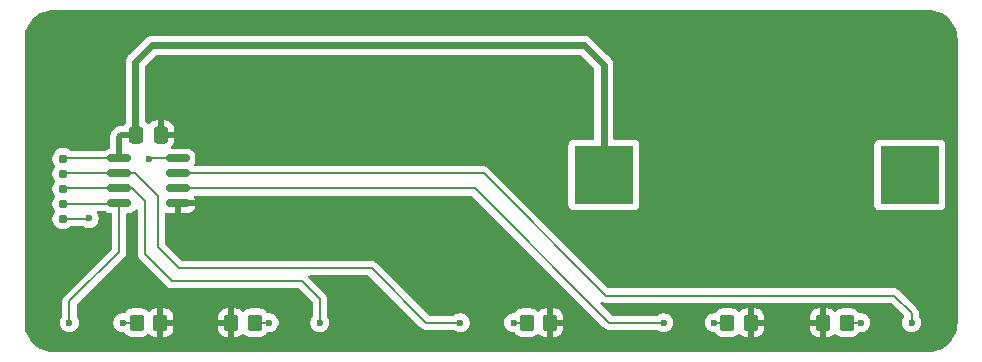
<source format=gbr>
%TF.GenerationSoftware,KiCad,Pcbnew,9.0.2*%
%TF.CreationDate,2025-05-22T18:28:57+02:00*%
%TF.ProjectId,blinky,626c696e-6b79-42e6-9b69-6361645f7063,rev?*%
%TF.SameCoordinates,Original*%
%TF.FileFunction,Copper,L2,Bot*%
%TF.FilePolarity,Positive*%
%FSLAX46Y46*%
G04 Gerber Fmt 4.6, Leading zero omitted, Abs format (unit mm)*
G04 Created by KiCad (PCBNEW 9.0.2) date 2025-05-22 18:28:57*
%MOMM*%
%LPD*%
G01*
G04 APERTURE LIST*
G04 Aperture macros list*
%AMRoundRect*
0 Rectangle with rounded corners*
0 $1 Rounding radius*
0 $2 $3 $4 $5 $6 $7 $8 $9 X,Y pos of 4 corners*
0 Add a 4 corners polygon primitive as box body*
4,1,4,$2,$3,$4,$5,$6,$7,$8,$9,$2,$3,0*
0 Add four circle primitives for the rounded corners*
1,1,$1+$1,$2,$3*
1,1,$1+$1,$4,$5*
1,1,$1+$1,$6,$7*
1,1,$1+$1,$8,$9*
0 Add four rect primitives between the rounded corners*
20,1,$1+$1,$2,$3,$4,$5,0*
20,1,$1+$1,$4,$5,$6,$7,0*
20,1,$1+$1,$6,$7,$8,$9,0*
20,1,$1+$1,$8,$9,$2,$3,0*%
G04 Aperture macros list end*
%TA.AperFunction,SMDPad,CuDef*%
%ADD10RoundRect,0.250000X0.350000X0.450000X-0.350000X0.450000X-0.350000X-0.450000X0.350000X-0.450000X0*%
%TD*%
%TA.AperFunction,SMDPad,CuDef*%
%ADD11RoundRect,0.150000X0.825000X0.150000X-0.825000X0.150000X-0.825000X-0.150000X0.825000X-0.150000X0*%
%TD*%
%TA.AperFunction,SMDPad,CuDef*%
%ADD12R,5.000000X5.000000*%
%TD*%
%TA.AperFunction,SMDPad,CuDef*%
%ADD13R,4.000000X4.000000*%
%TD*%
%TA.AperFunction,SMDPad,CuDef*%
%ADD14RoundRect,0.250000X-0.350000X-0.450000X0.350000X-0.450000X0.350000X0.450000X-0.350000X0.450000X0*%
%TD*%
%TA.AperFunction,ConnectorPad*%
%ADD15C,0.787400*%
%TD*%
%TA.AperFunction,SMDPad,CuDef*%
%ADD16RoundRect,0.250000X-0.337500X-0.475000X0.337500X-0.475000X0.337500X0.475000X-0.337500X0.475000X0*%
%TD*%
%TA.AperFunction,ViaPad*%
%ADD17C,0.600000*%
%TD*%
%TA.AperFunction,Conductor*%
%ADD18C,0.200000*%
%TD*%
%TA.AperFunction,Conductor*%
%ADD19C,0.600000*%
%TD*%
%TA.AperFunction,Conductor*%
%ADD20C,0.500000*%
%TD*%
G04 APERTURE END LIST*
D10*
%TO.P,R5,1*%
%TO.N,Net-(D5-K)*%
X134100000Y-85500000D03*
%TO.P,R5,2*%
%TO.N,GND*%
X132100000Y-85500000D03*
%TD*%
D11*
%TO.P,U1,1,~{RESET}/PB5*%
%TO.N,/RST*%
X77475000Y-71595000D03*
%TO.P,U1,2,PB3*%
%TO.N,Net-(D5-A)*%
X77475000Y-72865000D03*
%TO.P,U1,3,PB4*%
%TO.N,Net-(D4-A)*%
X77475000Y-74135000D03*
%TO.P,U1,4,GND*%
%TO.N,GND*%
X77475000Y-75405000D03*
%TO.P,U1,5,PB0*%
%TO.N,/MOSI*%
X72525000Y-75405000D03*
%TO.P,U1,6,PB1*%
%TO.N,/MISO*%
X72525000Y-74135000D03*
%TO.P,U1,7,PB2*%
%TO.N,/SCK*%
X72525000Y-72865000D03*
%TO.P,U1,8,VCC*%
%TO.N,+BATT*%
X72525000Y-71595000D03*
%TD*%
D12*
%TO.P,BT1,0*%
%TO.N,N/C*%
X139450000Y-73000000D03*
%TO.P,BT1,1,+*%
%TO.N,+BATT*%
X113550000Y-73000000D03*
D13*
%TO.P,BT1,2,-*%
%TO.N,GND*%
X126500000Y-73000000D03*
%TD*%
D10*
%TO.P,R2,1*%
%TO.N,Net-(D2-K)*%
X84000000Y-85500000D03*
%TO.P,R2,2*%
%TO.N,GND*%
X82000000Y-85500000D03*
%TD*%
D14*
%TO.P,R3,1*%
%TO.N,Net-(D3-K)*%
X107000000Y-85500000D03*
%TO.P,R3,2*%
%TO.N,GND*%
X109000000Y-85500000D03*
%TD*%
%TO.P,R4,1*%
%TO.N,Net-(D4-K)*%
X124000000Y-85500000D03*
%TO.P,R4,2*%
%TO.N,GND*%
X126000000Y-85500000D03*
%TD*%
D15*
%TO.P,J1,1,MISO*%
%TO.N,/MISO*%
X67755000Y-74150000D03*
%TO.P,J1,2,VCC*%
%TO.N,+BATT*%
X67755000Y-71610000D03*
%TO.P,J1,3,SCK*%
%TO.N,/SCK*%
X67755000Y-72880000D03*
%TO.P,J1,4,MOSI*%
%TO.N,/MOSI*%
X67750000Y-75420000D03*
%TO.P,J1,5,~{RST}*%
%TO.N,/RST*%
X67750000Y-76690000D03*
%TO.P,J1,6,GND*%
%TO.N,GND*%
X67750000Y-70340000D03*
%TD*%
D16*
%TO.P,C1,1*%
%TO.N,+BATT*%
X73962500Y-69600000D03*
%TO.P,C1,2*%
%TO.N,GND*%
X76037500Y-69600000D03*
%TD*%
D14*
%TO.P,R1,1*%
%TO.N,Net-(D1-K)*%
X74000000Y-85500000D03*
%TO.P,R1,2*%
%TO.N,GND*%
X76000000Y-85500000D03*
%TD*%
D17*
%TO.N,GND*%
X141600000Y-64100000D03*
X67100000Y-63900000D03*
%TO.N,Net-(D1-K)*%
X72800000Y-85500000D03*
%TO.N,Net-(D2-K)*%
X85200000Y-85500000D03*
%TO.N,Net-(D3-K)*%
X105900000Y-85500000D03*
%TO.N,Net-(D4-K)*%
X122900000Y-85500000D03*
%TO.N,Net-(D4-A)*%
X118600000Y-85500000D03*
%TO.N,Net-(D5-K)*%
X135300000Y-85500000D03*
%TO.N,Net-(D5-A)*%
X139600000Y-85500000D03*
%TO.N,/MOSI*%
X68300000Y-85500000D03*
%TO.N,/MISO*%
X89500000Y-85500000D03*
%TO.N,/SCK*%
X101400000Y-85500000D03*
%TO.N,/RST*%
X75000000Y-71650000D03*
X69975000Y-76675000D03*
%TD*%
D18*
%TO.N,+BATT*%
X72525000Y-71595000D02*
X72372300Y-71442300D01*
D19*
X73862500Y-63437500D02*
X73862500Y-69500000D01*
D20*
X72525000Y-71595000D02*
X72525000Y-69750000D01*
D19*
X113550000Y-73000000D02*
X113550000Y-63650000D01*
D20*
X72675000Y-69600000D02*
X73962500Y-69600000D01*
D18*
X67925000Y-71595000D02*
X72525000Y-71595000D01*
D19*
X111900000Y-62000000D02*
X75300000Y-62000000D01*
D20*
X72525000Y-69750000D02*
X72675000Y-69600000D01*
D18*
X67755000Y-71425000D02*
X67925000Y-71595000D01*
D19*
X75300000Y-62000000D02*
X73862500Y-63437500D01*
X113550000Y-63650000D02*
X111900000Y-62000000D01*
D18*
%TO.N,Net-(D1-K)*%
X72800000Y-85500000D02*
X74000000Y-85500000D01*
%TO.N,Net-(D2-K)*%
X85200000Y-85500000D02*
X84000000Y-85500000D01*
%TO.N,Net-(D3-K)*%
X107000000Y-85500000D02*
X105900001Y-85500000D01*
%TO.N,Net-(D4-K)*%
X122900000Y-85500000D02*
X123999999Y-85500000D01*
%TO.N,Net-(D4-A)*%
X114000000Y-85500000D02*
X102635000Y-74135000D01*
X118600000Y-85500000D02*
X114000000Y-85500000D01*
X102635000Y-74135000D02*
X77475000Y-74135000D01*
%TO.N,Net-(D5-K)*%
X135300000Y-85500000D02*
X134000000Y-85500000D01*
%TO.N,Net-(D5-A)*%
X139600000Y-84700000D02*
X138100000Y-83200000D01*
X103365000Y-72865000D02*
X77475000Y-72865000D01*
X113700000Y-83200000D02*
X103365000Y-72865000D01*
X138100000Y-83200000D02*
X113700000Y-83200000D01*
X139600000Y-85500000D02*
X139600000Y-84700000D01*
%TO.N,/MOSI*%
X72525000Y-79475000D02*
X72525000Y-75405000D01*
X72505000Y-75425000D02*
X72525000Y-75405000D01*
X68300000Y-85500000D02*
X68300000Y-83700000D01*
X67750000Y-75235000D02*
X67940000Y-75425000D01*
X68300000Y-83700000D02*
X72525000Y-79475000D01*
X67940000Y-75425000D02*
X72505000Y-75425000D01*
%TO.N,/MISO*%
X74700000Y-79700000D02*
X74700000Y-75200000D01*
X67925000Y-74135000D02*
X72525000Y-74135000D01*
X74700000Y-75200000D02*
X73635000Y-74135000D01*
X89500000Y-85500000D02*
X89500000Y-83500000D01*
X77000000Y-82000000D02*
X74700000Y-79700000D01*
X89500000Y-83500000D02*
X88000000Y-82000000D01*
X73635000Y-74135000D02*
X72525000Y-74135000D01*
X88000000Y-82000000D02*
X77000000Y-82000000D01*
X67755000Y-73965000D02*
X67925000Y-74135000D01*
%TO.N,/SCK*%
X98500000Y-85500000D02*
X93900000Y-80900000D01*
X101400000Y-85500000D02*
X98500000Y-85500000D01*
X67925000Y-72865000D02*
X72525000Y-72865000D01*
X75800000Y-74800000D02*
X73865000Y-72865000D01*
X93900000Y-80900000D02*
X77600000Y-80900000D01*
X77600000Y-80900000D02*
X75800000Y-79100000D01*
X73865000Y-72865000D02*
X72525000Y-72865000D01*
X75800000Y-79100000D02*
X75800000Y-74800000D01*
X67755000Y-72695000D02*
X67925000Y-72865000D01*
%TO.N,/RST*%
X75000000Y-71650000D02*
X75055000Y-71595000D01*
X69975000Y-76675000D02*
X69960000Y-76690000D01*
X75055000Y-71595000D02*
X77475000Y-71595000D01*
X69960000Y-76690000D02*
X67750000Y-76690000D01*
%TD*%
%TA.AperFunction,Conductor*%
%TO.N,GND*%
G36*
X141003736Y-59000726D02*
G01*
X141293796Y-59018271D01*
X141308659Y-59020076D01*
X141590798Y-59071780D01*
X141605335Y-59075363D01*
X141879172Y-59160695D01*
X141893163Y-59166000D01*
X142154743Y-59283727D01*
X142167989Y-59290680D01*
X142413465Y-59439075D01*
X142425776Y-59447573D01*
X142651573Y-59624473D01*
X142662781Y-59634403D01*
X142865596Y-59837218D01*
X142875526Y-59848426D01*
X142995481Y-60001538D01*
X143052422Y-60074217D01*
X143060928Y-60086540D01*
X143209316Y-60332004D01*
X143216275Y-60345263D01*
X143333997Y-60606831D01*
X143339306Y-60620832D01*
X143424635Y-60894663D01*
X143428219Y-60909201D01*
X143479923Y-61191340D01*
X143481728Y-61206205D01*
X143499274Y-61496263D01*
X143499500Y-61503750D01*
X143499500Y-85496249D01*
X143499274Y-85503736D01*
X143481728Y-85793794D01*
X143479923Y-85808659D01*
X143428219Y-86090798D01*
X143424635Y-86105336D01*
X143339306Y-86379167D01*
X143333997Y-86393168D01*
X143216275Y-86654736D01*
X143209316Y-86667995D01*
X143060928Y-86913459D01*
X143052422Y-86925782D01*
X142875526Y-87151573D01*
X142865596Y-87162781D01*
X142662781Y-87365596D01*
X142651573Y-87375526D01*
X142425782Y-87552422D01*
X142413459Y-87560928D01*
X142167995Y-87709316D01*
X142154736Y-87716275D01*
X141893168Y-87833997D01*
X141879167Y-87839306D01*
X141605336Y-87924635D01*
X141590798Y-87928219D01*
X141308659Y-87979923D01*
X141293794Y-87981728D01*
X141003736Y-87999274D01*
X140996249Y-87999500D01*
X67003751Y-87999500D01*
X66996264Y-87999274D01*
X66706205Y-87981728D01*
X66691340Y-87979923D01*
X66409201Y-87928219D01*
X66394663Y-87924635D01*
X66120832Y-87839306D01*
X66106831Y-87833997D01*
X65845263Y-87716275D01*
X65832004Y-87709316D01*
X65586540Y-87560928D01*
X65574217Y-87552422D01*
X65348426Y-87375526D01*
X65337218Y-87365596D01*
X65134403Y-87162781D01*
X65124473Y-87151573D01*
X64947573Y-86925776D01*
X64939075Y-86913465D01*
X64790680Y-86667989D01*
X64783727Y-86654743D01*
X64666000Y-86393163D01*
X64660693Y-86379167D01*
X64654534Y-86359403D01*
X64575363Y-86105335D01*
X64571780Y-86090798D01*
X64555136Y-85999973D01*
X64520075Y-85808657D01*
X64518271Y-85793794D01*
X64500726Y-85503736D01*
X64500500Y-85496249D01*
X64500500Y-75331924D01*
X66855800Y-75331924D01*
X66855800Y-75508075D01*
X66890161Y-75680821D01*
X66890163Y-75680829D01*
X66957568Y-75843560D01*
X66957573Y-75843569D01*
X67052816Y-75986109D01*
X67073694Y-76052786D01*
X67055210Y-76120167D01*
X67052816Y-76123891D01*
X66957573Y-76266430D01*
X66957568Y-76266439D01*
X66890163Y-76429170D01*
X66890161Y-76429178D01*
X66855800Y-76601924D01*
X66855800Y-76778075D01*
X66890161Y-76950821D01*
X66890163Y-76950829D01*
X66957568Y-77113560D01*
X66957573Y-77113569D01*
X67055428Y-77260018D01*
X67055431Y-77260022D01*
X67179977Y-77384568D01*
X67179981Y-77384571D01*
X67326430Y-77482426D01*
X67326436Y-77482429D01*
X67326437Y-77482430D01*
X67489171Y-77549837D01*
X67661924Y-77584199D01*
X67661928Y-77584200D01*
X67661929Y-77584200D01*
X67838072Y-77584200D01*
X67838073Y-77584199D01*
X68010829Y-77549837D01*
X68173563Y-77482430D01*
X68320019Y-77384571D01*
X68377772Y-77326817D01*
X68439093Y-77293334D01*
X68465452Y-77290500D01*
X69417683Y-77290500D01*
X69484722Y-77310185D01*
X69486574Y-77311398D01*
X69595814Y-77384390D01*
X69595827Y-77384397D01*
X69741498Y-77444735D01*
X69741503Y-77444737D01*
X69896153Y-77475499D01*
X69896156Y-77475500D01*
X69896158Y-77475500D01*
X70053844Y-77475500D01*
X70053845Y-77475499D01*
X70208497Y-77444737D01*
X70321166Y-77398067D01*
X70354172Y-77384397D01*
X70354172Y-77384396D01*
X70354179Y-77384394D01*
X70485289Y-77296789D01*
X70596789Y-77185289D01*
X70684394Y-77054179D01*
X70744737Y-76908497D01*
X70775500Y-76753842D01*
X70775500Y-76596158D01*
X70775500Y-76596155D01*
X70775499Y-76596153D01*
X70744738Y-76441510D01*
X70744737Y-76441503D01*
X70739629Y-76429170D01*
X70684397Y-76295827D01*
X70684395Y-76295823D01*
X70684394Y-76295821D01*
X70658394Y-76256909D01*
X70632657Y-76218391D01*
X70611779Y-76151714D01*
X70630263Y-76084334D01*
X70682242Y-76037643D01*
X70735759Y-76025500D01*
X71199191Y-76025500D01*
X71266230Y-76045185D01*
X71286872Y-76061819D01*
X71298129Y-76073076D01*
X71298133Y-76073079D01*
X71298135Y-76073081D01*
X71439602Y-76156744D01*
X71481224Y-76168836D01*
X71597426Y-76202597D01*
X71597429Y-76202597D01*
X71597431Y-76202598D01*
X71634306Y-76205500D01*
X71800500Y-76205500D01*
X71867539Y-76225185D01*
X71913294Y-76277989D01*
X71924500Y-76329500D01*
X71924500Y-79174902D01*
X71904815Y-79241941D01*
X71888181Y-79262583D01*
X67819481Y-83331282D01*
X67819479Y-83331285D01*
X67769361Y-83418094D01*
X67769359Y-83418096D01*
X67740425Y-83468209D01*
X67740424Y-83468210D01*
X67740423Y-83468215D01*
X67699499Y-83620943D01*
X67699499Y-83620945D01*
X67699499Y-83789046D01*
X67699500Y-83789059D01*
X67699500Y-84920234D01*
X67679815Y-84987273D01*
X67678602Y-84989125D01*
X67590609Y-85120814D01*
X67590602Y-85120827D01*
X67530264Y-85266498D01*
X67530261Y-85266510D01*
X67499500Y-85421153D01*
X67499500Y-85578846D01*
X67530261Y-85733489D01*
X67530264Y-85733501D01*
X67590602Y-85879172D01*
X67590609Y-85879185D01*
X67678210Y-86010288D01*
X67678213Y-86010292D01*
X67789707Y-86121786D01*
X67789711Y-86121789D01*
X67920814Y-86209390D01*
X67920827Y-86209397D01*
X68065011Y-86269119D01*
X68066503Y-86269737D01*
X68211631Y-86298605D01*
X68221153Y-86300499D01*
X68221156Y-86300500D01*
X68221158Y-86300500D01*
X68378844Y-86300500D01*
X68378845Y-86300499D01*
X68533497Y-86269737D01*
X68679179Y-86209394D01*
X68810289Y-86121789D01*
X68921789Y-86010289D01*
X69009394Y-85879179D01*
X69069737Y-85733497D01*
X69100500Y-85578842D01*
X69100500Y-85421158D01*
X69100500Y-85421155D01*
X69100499Y-85421153D01*
X71999500Y-85421153D01*
X71999500Y-85578846D01*
X72030261Y-85733489D01*
X72030264Y-85733501D01*
X72090602Y-85879172D01*
X72090609Y-85879185D01*
X72178210Y-86010288D01*
X72178213Y-86010292D01*
X72289707Y-86121786D01*
X72289711Y-86121789D01*
X72420814Y-86209390D01*
X72420827Y-86209397D01*
X72565011Y-86269119D01*
X72566503Y-86269737D01*
X72711631Y-86298605D01*
X72721153Y-86300499D01*
X72721156Y-86300500D01*
X72721158Y-86300500D01*
X72878843Y-86300500D01*
X72881455Y-86299980D01*
X72888362Y-86298606D01*
X72957953Y-86304828D01*
X73013134Y-86347686D01*
X73018100Y-86355124D01*
X73057285Y-86418652D01*
X73057288Y-86418656D01*
X73181344Y-86542712D01*
X73330666Y-86634814D01*
X73497203Y-86689999D01*
X73599991Y-86700500D01*
X74400008Y-86700499D01*
X74400016Y-86700498D01*
X74400019Y-86700498D01*
X74456302Y-86694748D01*
X74502797Y-86689999D01*
X74669334Y-86634814D01*
X74818656Y-86542712D01*
X74912675Y-86448692D01*
X74973994Y-86415210D01*
X75043686Y-86420194D01*
X75088034Y-86448695D01*
X75181654Y-86542315D01*
X75330875Y-86634356D01*
X75330880Y-86634358D01*
X75497302Y-86689505D01*
X75497309Y-86689506D01*
X75600019Y-86699999D01*
X75749999Y-86699999D01*
X76250000Y-86699999D01*
X76399972Y-86699999D01*
X76399986Y-86699998D01*
X76502697Y-86689505D01*
X76669119Y-86634358D01*
X76669124Y-86634356D01*
X76818345Y-86542315D01*
X76942315Y-86418345D01*
X77034356Y-86269124D01*
X77034358Y-86269119D01*
X77089505Y-86102697D01*
X77089506Y-86102690D01*
X77099999Y-85999986D01*
X80900001Y-85999986D01*
X80910494Y-86102697D01*
X80965641Y-86269119D01*
X80965643Y-86269124D01*
X81057684Y-86418345D01*
X81181654Y-86542315D01*
X81330875Y-86634356D01*
X81330880Y-86634358D01*
X81497302Y-86689505D01*
X81497309Y-86689506D01*
X81600019Y-86699999D01*
X81749999Y-86699999D01*
X81750000Y-86699998D01*
X81750000Y-85750000D01*
X80900001Y-85750000D01*
X80900001Y-85999986D01*
X77099999Y-85999986D01*
X77100000Y-85999973D01*
X77100000Y-85750000D01*
X76250000Y-85750000D01*
X76250000Y-86699999D01*
X75749999Y-86699999D01*
X75750000Y-86699998D01*
X75750000Y-85250000D01*
X76250000Y-85250000D01*
X77099999Y-85250000D01*
X77099999Y-85000029D01*
X77099998Y-85000013D01*
X80900000Y-85000013D01*
X80900000Y-85250000D01*
X81750000Y-85250000D01*
X81750000Y-84300000D01*
X82250000Y-84300000D01*
X82250000Y-86699999D01*
X82399972Y-86699999D01*
X82399986Y-86699998D01*
X82502697Y-86689505D01*
X82669119Y-86634358D01*
X82669124Y-86634356D01*
X82818342Y-86542317D01*
X82911964Y-86448695D01*
X82973287Y-86415210D01*
X83042979Y-86420194D01*
X83087327Y-86448695D01*
X83181344Y-86542712D01*
X83330666Y-86634814D01*
X83497203Y-86689999D01*
X83599991Y-86700500D01*
X84400008Y-86700499D01*
X84400016Y-86700498D01*
X84400019Y-86700498D01*
X84456302Y-86694748D01*
X84502797Y-86689999D01*
X84669334Y-86634814D01*
X84818656Y-86542712D01*
X84942712Y-86418656D01*
X84981898Y-86355123D01*
X85033844Y-86308400D01*
X85102807Y-86297177D01*
X85111619Y-86298602D01*
X85121158Y-86300500D01*
X85278844Y-86300500D01*
X85278845Y-86300499D01*
X85433497Y-86269737D01*
X85579179Y-86209394D01*
X85710289Y-86121789D01*
X85821789Y-86010289D01*
X85909394Y-85879179D01*
X85969737Y-85733497D01*
X86000500Y-85578842D01*
X86000500Y-85421158D01*
X86000500Y-85421155D01*
X86000499Y-85421153D01*
X85969738Y-85266510D01*
X85969737Y-85266503D01*
X85962901Y-85250000D01*
X85909397Y-85120827D01*
X85909390Y-85120814D01*
X85821789Y-84989711D01*
X85821786Y-84989707D01*
X85710292Y-84878213D01*
X85710288Y-84878210D01*
X85579185Y-84790609D01*
X85579172Y-84790602D01*
X85433501Y-84730264D01*
X85433489Y-84730261D01*
X85278845Y-84699500D01*
X85278842Y-84699500D01*
X85121158Y-84699500D01*
X85121149Y-84699500D01*
X85111617Y-84701396D01*
X85042026Y-84695163D01*
X84986852Y-84652295D01*
X84981897Y-84644874D01*
X84967137Y-84620944D01*
X84942712Y-84581344D01*
X84818656Y-84457288D01*
X84669334Y-84365186D01*
X84502797Y-84310001D01*
X84502795Y-84310000D01*
X84400010Y-84299500D01*
X83599998Y-84299500D01*
X83599980Y-84299501D01*
X83497203Y-84310000D01*
X83497200Y-84310001D01*
X83330668Y-84365185D01*
X83330663Y-84365187D01*
X83181345Y-84457287D01*
X83087327Y-84551305D01*
X83026003Y-84584789D01*
X82956312Y-84579805D01*
X82911965Y-84551304D01*
X82818345Y-84457684D01*
X82669124Y-84365643D01*
X82669119Y-84365641D01*
X82502697Y-84310494D01*
X82502690Y-84310493D01*
X82399986Y-84300000D01*
X82250000Y-84300000D01*
X81750000Y-84300000D01*
X81600027Y-84300000D01*
X81600012Y-84300001D01*
X81497302Y-84310494D01*
X81330880Y-84365641D01*
X81330875Y-84365643D01*
X81181654Y-84457684D01*
X81057684Y-84581654D01*
X80965643Y-84730875D01*
X80965641Y-84730880D01*
X80910494Y-84897302D01*
X80910493Y-84897309D01*
X80900000Y-85000013D01*
X77099998Y-85000013D01*
X77099998Y-85000012D01*
X77089505Y-84897302D01*
X77034358Y-84730880D01*
X77034356Y-84730875D01*
X76942315Y-84581654D01*
X76818345Y-84457684D01*
X76669124Y-84365643D01*
X76669119Y-84365641D01*
X76502697Y-84310494D01*
X76502690Y-84310493D01*
X76399986Y-84300000D01*
X76250000Y-84300000D01*
X76250000Y-85250000D01*
X75750000Y-85250000D01*
X75750000Y-84300000D01*
X75600027Y-84300000D01*
X75600012Y-84300001D01*
X75497302Y-84310494D01*
X75330880Y-84365641D01*
X75330875Y-84365643D01*
X75181657Y-84457682D01*
X75088034Y-84551305D01*
X75026710Y-84584789D01*
X74957019Y-84579805D01*
X74912672Y-84551304D01*
X74818657Y-84457289D01*
X74818656Y-84457288D01*
X74669334Y-84365186D01*
X74502797Y-84310001D01*
X74502795Y-84310000D01*
X74400010Y-84299500D01*
X73599998Y-84299500D01*
X73599980Y-84299501D01*
X73497203Y-84310000D01*
X73497200Y-84310001D01*
X73330668Y-84365185D01*
X73330663Y-84365187D01*
X73181342Y-84457289D01*
X73057288Y-84581343D01*
X73057285Y-84581347D01*
X73018101Y-84644875D01*
X72966153Y-84691600D01*
X72897191Y-84702821D01*
X72888379Y-84701397D01*
X72878842Y-84699500D01*
X72721158Y-84699500D01*
X72721155Y-84699500D01*
X72566510Y-84730261D01*
X72566498Y-84730264D01*
X72420827Y-84790602D01*
X72420814Y-84790609D01*
X72289711Y-84878210D01*
X72289707Y-84878213D01*
X72178213Y-84989707D01*
X72178210Y-84989711D01*
X72090609Y-85120814D01*
X72090602Y-85120827D01*
X72030264Y-85266498D01*
X72030261Y-85266510D01*
X71999500Y-85421153D01*
X69100499Y-85421153D01*
X69069738Y-85266510D01*
X69069737Y-85266503D01*
X69062901Y-85250000D01*
X69009397Y-85120827D01*
X69009390Y-85120814D01*
X68921398Y-84989125D01*
X68900520Y-84922447D01*
X68900500Y-84920234D01*
X68900500Y-84000096D01*
X68920185Y-83933057D01*
X68936814Y-83912420D01*
X72893713Y-79955521D01*
X72893716Y-79955520D01*
X73005520Y-79843716D01*
X73055639Y-79756904D01*
X73084577Y-79706785D01*
X73125500Y-79554058D01*
X73125500Y-79395943D01*
X73125500Y-76329500D01*
X73145185Y-76262461D01*
X73197989Y-76216706D01*
X73249500Y-76205500D01*
X73415686Y-76205500D01*
X73415694Y-76205500D01*
X73452569Y-76202598D01*
X73452571Y-76202597D01*
X73452573Y-76202597D01*
X73494191Y-76190505D01*
X73610398Y-76156744D01*
X73751865Y-76073081D01*
X73868081Y-75956865D01*
X73868766Y-75955705D01*
X73869540Y-75954982D01*
X73872861Y-75950702D01*
X73873551Y-75951237D01*
X73919833Y-75908022D01*
X73988574Y-75895515D01*
X74053164Y-75922158D01*
X74093097Y-75979492D01*
X74099500Y-76018824D01*
X74099500Y-79613330D01*
X74099499Y-79613348D01*
X74099499Y-79779054D01*
X74099498Y-79779054D01*
X74140423Y-79931785D01*
X74154127Y-79955520D01*
X74197695Y-80030984D01*
X74219479Y-80068715D01*
X74338349Y-80187585D01*
X74338355Y-80187590D01*
X76515139Y-82364374D01*
X76515149Y-82364385D01*
X76519479Y-82368715D01*
X76519480Y-82368716D01*
X76631284Y-82480520D01*
X76718095Y-82530639D01*
X76718097Y-82530641D01*
X76768213Y-82559576D01*
X76768215Y-82559577D01*
X76920942Y-82600500D01*
X76920943Y-82600500D01*
X87699903Y-82600500D01*
X87766942Y-82620185D01*
X87787584Y-82636819D01*
X88863181Y-83712416D01*
X88896666Y-83773739D01*
X88899500Y-83800097D01*
X88899500Y-84920234D01*
X88879815Y-84987273D01*
X88878602Y-84989125D01*
X88790609Y-85120814D01*
X88790602Y-85120827D01*
X88730264Y-85266498D01*
X88730261Y-85266510D01*
X88699500Y-85421153D01*
X88699500Y-85578846D01*
X88730261Y-85733489D01*
X88730264Y-85733501D01*
X88790602Y-85879172D01*
X88790609Y-85879185D01*
X88878210Y-86010288D01*
X88878213Y-86010292D01*
X88989707Y-86121786D01*
X88989711Y-86121789D01*
X89120814Y-86209390D01*
X89120827Y-86209397D01*
X89265011Y-86269119D01*
X89266503Y-86269737D01*
X89411631Y-86298605D01*
X89421153Y-86300499D01*
X89421156Y-86300500D01*
X89421158Y-86300500D01*
X89578844Y-86300500D01*
X89578845Y-86300499D01*
X89733497Y-86269737D01*
X89879179Y-86209394D01*
X90010289Y-86121789D01*
X90121789Y-86010289D01*
X90209394Y-85879179D01*
X90269737Y-85733497D01*
X90300500Y-85578842D01*
X90300500Y-85421158D01*
X90300500Y-85421155D01*
X90300499Y-85421153D01*
X90269738Y-85266510D01*
X90269737Y-85266503D01*
X90262901Y-85250000D01*
X90209397Y-85120827D01*
X90209390Y-85120814D01*
X90121398Y-84989125D01*
X90100520Y-84922447D01*
X90100500Y-84920234D01*
X90100500Y-83420945D01*
X90100500Y-83420943D01*
X90059577Y-83268216D01*
X90031440Y-83219480D01*
X89980524Y-83131290D01*
X89980521Y-83131286D01*
X89980520Y-83131284D01*
X89868716Y-83019480D01*
X89868715Y-83019479D01*
X89864385Y-83015149D01*
X89864374Y-83015139D01*
X88561416Y-81712181D01*
X88527931Y-81650858D01*
X88532915Y-81581166D01*
X88574787Y-81525233D01*
X88640251Y-81500816D01*
X88649097Y-81500500D01*
X93599903Y-81500500D01*
X93666942Y-81520185D01*
X93687584Y-81536819D01*
X98015139Y-85864374D01*
X98015149Y-85864385D01*
X98019479Y-85868715D01*
X98019480Y-85868716D01*
X98131284Y-85980520D01*
X98131286Y-85980521D01*
X98131290Y-85980524D01*
X98189708Y-86014251D01*
X98268216Y-86059577D01*
X98380019Y-86089534D01*
X98420942Y-86100500D01*
X98420943Y-86100500D01*
X100820234Y-86100500D01*
X100887273Y-86120185D01*
X100889125Y-86121398D01*
X101020814Y-86209390D01*
X101020827Y-86209397D01*
X101165011Y-86269119D01*
X101166503Y-86269737D01*
X101311631Y-86298605D01*
X101321153Y-86300499D01*
X101321156Y-86300500D01*
X101321158Y-86300500D01*
X101478844Y-86300500D01*
X101478845Y-86300499D01*
X101633497Y-86269737D01*
X101779179Y-86209394D01*
X101910289Y-86121789D01*
X102021789Y-86010289D01*
X102109394Y-85879179D01*
X102169737Y-85733497D01*
X102200500Y-85578842D01*
X102200500Y-85421158D01*
X102200500Y-85421155D01*
X102200499Y-85421153D01*
X105099500Y-85421153D01*
X105099500Y-85578846D01*
X105130261Y-85733489D01*
X105130264Y-85733501D01*
X105190602Y-85879172D01*
X105190609Y-85879185D01*
X105278210Y-86010288D01*
X105278213Y-86010292D01*
X105389707Y-86121786D01*
X105389711Y-86121789D01*
X105520814Y-86209390D01*
X105520827Y-86209397D01*
X105665011Y-86269119D01*
X105666503Y-86269737D01*
X105811631Y-86298605D01*
X105821153Y-86300499D01*
X105821156Y-86300500D01*
X105915202Y-86300500D01*
X105982241Y-86320185D01*
X106020739Y-86359401D01*
X106057288Y-86418656D01*
X106181344Y-86542712D01*
X106330666Y-86634814D01*
X106497203Y-86689999D01*
X106599991Y-86700500D01*
X107400008Y-86700499D01*
X107400016Y-86700498D01*
X107400019Y-86700498D01*
X107456302Y-86694748D01*
X107502797Y-86689999D01*
X107669334Y-86634814D01*
X107818656Y-86542712D01*
X107912675Y-86448692D01*
X107973994Y-86415210D01*
X108043686Y-86420194D01*
X108088034Y-86448695D01*
X108181654Y-86542315D01*
X108330875Y-86634356D01*
X108330880Y-86634358D01*
X108497302Y-86689505D01*
X108497309Y-86689506D01*
X108600019Y-86699999D01*
X108749999Y-86699999D01*
X109250000Y-86699999D01*
X109399972Y-86699999D01*
X109399986Y-86699998D01*
X109502697Y-86689505D01*
X109669119Y-86634358D01*
X109669124Y-86634356D01*
X109818345Y-86542315D01*
X109942315Y-86418345D01*
X110034356Y-86269124D01*
X110034358Y-86269119D01*
X110089505Y-86102697D01*
X110089506Y-86102690D01*
X110099999Y-85999986D01*
X110100000Y-85999973D01*
X110100000Y-85750000D01*
X109250000Y-85750000D01*
X109250000Y-86699999D01*
X108749999Y-86699999D01*
X108750000Y-86699998D01*
X108750000Y-85250000D01*
X109250000Y-85250000D01*
X110099999Y-85250000D01*
X110099999Y-85000028D01*
X110099998Y-85000013D01*
X110089505Y-84897302D01*
X110034358Y-84730880D01*
X110034356Y-84730875D01*
X109942315Y-84581654D01*
X109818345Y-84457684D01*
X109669124Y-84365643D01*
X109669119Y-84365641D01*
X109502697Y-84310494D01*
X109502690Y-84310493D01*
X109399986Y-84300000D01*
X109250000Y-84300000D01*
X109250000Y-85250000D01*
X108750000Y-85250000D01*
X108750000Y-84300000D01*
X108600027Y-84300000D01*
X108600012Y-84300001D01*
X108497302Y-84310494D01*
X108330880Y-84365641D01*
X108330875Y-84365643D01*
X108181657Y-84457682D01*
X108088034Y-84551305D01*
X108026710Y-84584789D01*
X107957019Y-84579805D01*
X107912672Y-84551304D01*
X107818657Y-84457289D01*
X107818656Y-84457288D01*
X107669334Y-84365186D01*
X107502797Y-84310001D01*
X107502795Y-84310000D01*
X107400010Y-84299500D01*
X106599998Y-84299500D01*
X106599980Y-84299501D01*
X106497203Y-84310000D01*
X106497200Y-84310001D01*
X106330668Y-84365185D01*
X106330663Y-84365187D01*
X106181342Y-84457289D01*
X106057289Y-84581342D01*
X106057288Y-84581344D01*
X106020739Y-84640598D01*
X105968793Y-84687321D01*
X105915202Y-84699500D01*
X105821155Y-84699500D01*
X105666510Y-84730261D01*
X105666498Y-84730264D01*
X105520827Y-84790602D01*
X105520814Y-84790609D01*
X105389711Y-84878210D01*
X105389707Y-84878213D01*
X105278213Y-84989707D01*
X105278210Y-84989711D01*
X105190609Y-85120814D01*
X105190602Y-85120827D01*
X105130264Y-85266498D01*
X105130261Y-85266510D01*
X105099500Y-85421153D01*
X102200499Y-85421153D01*
X102169738Y-85266510D01*
X102169737Y-85266503D01*
X102162901Y-85250000D01*
X102109397Y-85120827D01*
X102109390Y-85120814D01*
X102021789Y-84989711D01*
X102021786Y-84989707D01*
X101910292Y-84878213D01*
X101910288Y-84878210D01*
X101779185Y-84790609D01*
X101779172Y-84790602D01*
X101633501Y-84730264D01*
X101633489Y-84730261D01*
X101478845Y-84699500D01*
X101478842Y-84699500D01*
X101321158Y-84699500D01*
X101321155Y-84699500D01*
X101166510Y-84730261D01*
X101166498Y-84730264D01*
X101020827Y-84790602D01*
X101020814Y-84790609D01*
X100889125Y-84878602D01*
X100822447Y-84899480D01*
X100820234Y-84899500D01*
X98800097Y-84899500D01*
X98733058Y-84879815D01*
X98712416Y-84863181D01*
X94387590Y-80538355D01*
X94387588Y-80538352D01*
X94268717Y-80419481D01*
X94268716Y-80419480D01*
X94181904Y-80369360D01*
X94181904Y-80369359D01*
X94181900Y-80369358D01*
X94131785Y-80340423D01*
X93979057Y-80299499D01*
X93820943Y-80299499D01*
X93813347Y-80299499D01*
X93813331Y-80299500D01*
X77900097Y-80299500D01*
X77833058Y-80279815D01*
X77812416Y-80263181D01*
X76436819Y-78887584D01*
X76403334Y-78826261D01*
X76400500Y-78799903D01*
X76400500Y-76323948D01*
X76420185Y-76256909D01*
X76472989Y-76211154D01*
X76542147Y-76201210D01*
X76546797Y-76201969D01*
X76547518Y-76202100D01*
X76584350Y-76204999D01*
X76584366Y-76205000D01*
X77225000Y-76205000D01*
X77725000Y-76205000D01*
X78365634Y-76205000D01*
X78365649Y-76204999D01*
X78402489Y-76202100D01*
X78402495Y-76202099D01*
X78560193Y-76156283D01*
X78560196Y-76156282D01*
X78701552Y-76072685D01*
X78701561Y-76072678D01*
X78817678Y-75956561D01*
X78817685Y-75956552D01*
X78901281Y-75815198D01*
X78947100Y-75657486D01*
X78947295Y-75655001D01*
X78947295Y-75655000D01*
X77725000Y-75655000D01*
X77725000Y-76205000D01*
X77225000Y-76205000D01*
X77225000Y-75529000D01*
X77244685Y-75461961D01*
X77297489Y-75416206D01*
X77349000Y-75405000D01*
X77475000Y-75405000D01*
X77475000Y-75279000D01*
X77494685Y-75211961D01*
X77547489Y-75166206D01*
X77599000Y-75155000D01*
X78947295Y-75155000D01*
X78947295Y-75154998D01*
X78947100Y-75152513D01*
X78901281Y-74994801D01*
X78858594Y-74922621D01*
X78841411Y-74854897D01*
X78863571Y-74788635D01*
X78918037Y-74744871D01*
X78965326Y-74735500D01*
X102334903Y-74735500D01*
X102401942Y-74755185D01*
X102422584Y-74771819D01*
X113515139Y-85864374D01*
X113515149Y-85864385D01*
X113519479Y-85868715D01*
X113519480Y-85868716D01*
X113631284Y-85980520D01*
X113682845Y-86010288D01*
X113689707Y-86014250D01*
X113689706Y-86014250D01*
X113689709Y-86014251D01*
X113768209Y-86059574D01*
X113768210Y-86059574D01*
X113768215Y-86059577D01*
X113920943Y-86100500D01*
X118020234Y-86100500D01*
X118087273Y-86120185D01*
X118089125Y-86121398D01*
X118220814Y-86209390D01*
X118220827Y-86209397D01*
X118365011Y-86269119D01*
X118366503Y-86269737D01*
X118511631Y-86298605D01*
X118521153Y-86300499D01*
X118521156Y-86300500D01*
X118521158Y-86300500D01*
X118678844Y-86300500D01*
X118678845Y-86300499D01*
X118833497Y-86269737D01*
X118979179Y-86209394D01*
X119110289Y-86121789D01*
X119221789Y-86010289D01*
X119309394Y-85879179D01*
X119369737Y-85733497D01*
X119400500Y-85578842D01*
X119400500Y-85421158D01*
X119400500Y-85421155D01*
X119400499Y-85421153D01*
X122099500Y-85421153D01*
X122099500Y-85578846D01*
X122130261Y-85733489D01*
X122130264Y-85733501D01*
X122190602Y-85879172D01*
X122190609Y-85879185D01*
X122278210Y-86010288D01*
X122278213Y-86010292D01*
X122389707Y-86121786D01*
X122389711Y-86121789D01*
X122520814Y-86209390D01*
X122520827Y-86209397D01*
X122665011Y-86269119D01*
X122666503Y-86269737D01*
X122811631Y-86298605D01*
X122821153Y-86300499D01*
X122821156Y-86300500D01*
X122915202Y-86300500D01*
X122982241Y-86320185D01*
X123020739Y-86359401D01*
X123057288Y-86418656D01*
X123181344Y-86542712D01*
X123330666Y-86634814D01*
X123497203Y-86689999D01*
X123599991Y-86700500D01*
X124400008Y-86700499D01*
X124400016Y-86700498D01*
X124400019Y-86700498D01*
X124456302Y-86694748D01*
X124502797Y-86689999D01*
X124669334Y-86634814D01*
X124818656Y-86542712D01*
X124912675Y-86448692D01*
X124973994Y-86415210D01*
X125043686Y-86420194D01*
X125088034Y-86448695D01*
X125181654Y-86542315D01*
X125330875Y-86634356D01*
X125330880Y-86634358D01*
X125497302Y-86689505D01*
X125497309Y-86689506D01*
X125600019Y-86699999D01*
X125749999Y-86699999D01*
X126250000Y-86699999D01*
X126399972Y-86699999D01*
X126399986Y-86699998D01*
X126502697Y-86689505D01*
X126669119Y-86634358D01*
X126669124Y-86634356D01*
X126818345Y-86542315D01*
X126942315Y-86418345D01*
X127034356Y-86269124D01*
X127034358Y-86269119D01*
X127089505Y-86102697D01*
X127089506Y-86102690D01*
X127099999Y-85999986D01*
X131000001Y-85999986D01*
X131010494Y-86102697D01*
X131065641Y-86269119D01*
X131065643Y-86269124D01*
X131157684Y-86418345D01*
X131281654Y-86542315D01*
X131430875Y-86634356D01*
X131430880Y-86634358D01*
X131597302Y-86689505D01*
X131597309Y-86689506D01*
X131700019Y-86699999D01*
X131849999Y-86699999D01*
X131850000Y-86699998D01*
X131850000Y-85750000D01*
X131000001Y-85750000D01*
X131000001Y-85999986D01*
X127099999Y-85999986D01*
X127100000Y-85999973D01*
X127100000Y-85750000D01*
X126250000Y-85750000D01*
X126250000Y-86699999D01*
X125749999Y-86699999D01*
X125750000Y-86699998D01*
X125750000Y-85250000D01*
X126250000Y-85250000D01*
X127099999Y-85250000D01*
X127099999Y-85000029D01*
X127099998Y-85000013D01*
X131000000Y-85000013D01*
X131000000Y-85250000D01*
X131850000Y-85250000D01*
X131850000Y-84300000D01*
X132350000Y-84300000D01*
X132350000Y-86699999D01*
X132499972Y-86699999D01*
X132499986Y-86699998D01*
X132602697Y-86689505D01*
X132769119Y-86634358D01*
X132769124Y-86634356D01*
X132918342Y-86542317D01*
X133011964Y-86448695D01*
X133073287Y-86415210D01*
X133142979Y-86420194D01*
X133187327Y-86448695D01*
X133281344Y-86542712D01*
X133430666Y-86634814D01*
X133597203Y-86689999D01*
X133699991Y-86700500D01*
X134500008Y-86700499D01*
X134500016Y-86700498D01*
X134500019Y-86700498D01*
X134556302Y-86694748D01*
X134602797Y-86689999D01*
X134769334Y-86634814D01*
X134918656Y-86542712D01*
X135042712Y-86418656D01*
X135081898Y-86355123D01*
X135133844Y-86308400D01*
X135202807Y-86297177D01*
X135211619Y-86298602D01*
X135221158Y-86300500D01*
X135378844Y-86300500D01*
X135378845Y-86300499D01*
X135533497Y-86269737D01*
X135679179Y-86209394D01*
X135810289Y-86121789D01*
X135921789Y-86010289D01*
X136009394Y-85879179D01*
X136069737Y-85733497D01*
X136100500Y-85578842D01*
X136100500Y-85421158D01*
X136100500Y-85421155D01*
X136100499Y-85421153D01*
X136069738Y-85266510D01*
X136069737Y-85266503D01*
X136062901Y-85250000D01*
X136009397Y-85120827D01*
X136009390Y-85120814D01*
X135921789Y-84989711D01*
X135921786Y-84989707D01*
X135810292Y-84878213D01*
X135810288Y-84878210D01*
X135679185Y-84790609D01*
X135679172Y-84790602D01*
X135533501Y-84730264D01*
X135533489Y-84730261D01*
X135378845Y-84699500D01*
X135378842Y-84699500D01*
X135221158Y-84699500D01*
X135221149Y-84699500D01*
X135211617Y-84701396D01*
X135142026Y-84695163D01*
X135086852Y-84652295D01*
X135081897Y-84644874D01*
X135067137Y-84620944D01*
X135042712Y-84581344D01*
X134918656Y-84457288D01*
X134769334Y-84365186D01*
X134602797Y-84310001D01*
X134602795Y-84310000D01*
X134500010Y-84299500D01*
X133699998Y-84299500D01*
X133699980Y-84299501D01*
X133597203Y-84310000D01*
X133597200Y-84310001D01*
X133430668Y-84365185D01*
X133430663Y-84365187D01*
X133281345Y-84457287D01*
X133187327Y-84551305D01*
X133126003Y-84584789D01*
X133056312Y-84579805D01*
X133011965Y-84551304D01*
X132918345Y-84457684D01*
X132769124Y-84365643D01*
X132769119Y-84365641D01*
X132602697Y-84310494D01*
X132602690Y-84310493D01*
X132499986Y-84300000D01*
X132350000Y-84300000D01*
X131850000Y-84300000D01*
X131700027Y-84300000D01*
X131700012Y-84300001D01*
X131597302Y-84310494D01*
X131430880Y-84365641D01*
X131430875Y-84365643D01*
X131281654Y-84457684D01*
X131157684Y-84581654D01*
X131065643Y-84730875D01*
X131065641Y-84730880D01*
X131010494Y-84897302D01*
X131010493Y-84897309D01*
X131000000Y-85000013D01*
X127099998Y-85000013D01*
X127099998Y-85000012D01*
X127089505Y-84897302D01*
X127034358Y-84730880D01*
X127034356Y-84730875D01*
X126942315Y-84581654D01*
X126818345Y-84457684D01*
X126669124Y-84365643D01*
X126669119Y-84365641D01*
X126502697Y-84310494D01*
X126502690Y-84310493D01*
X126399986Y-84300000D01*
X126250000Y-84300000D01*
X126250000Y-85250000D01*
X125750000Y-85250000D01*
X125750000Y-84300000D01*
X125600027Y-84300000D01*
X125600012Y-84300001D01*
X125497302Y-84310494D01*
X125330880Y-84365641D01*
X125330875Y-84365643D01*
X125181657Y-84457682D01*
X125088034Y-84551305D01*
X125026710Y-84584789D01*
X124957019Y-84579805D01*
X124912672Y-84551304D01*
X124818657Y-84457289D01*
X124818656Y-84457288D01*
X124669334Y-84365186D01*
X124502797Y-84310001D01*
X124502795Y-84310000D01*
X124400010Y-84299500D01*
X123599998Y-84299500D01*
X123599980Y-84299501D01*
X123497203Y-84310000D01*
X123497200Y-84310001D01*
X123330668Y-84365185D01*
X123330663Y-84365187D01*
X123181342Y-84457289D01*
X123057289Y-84581342D01*
X123057288Y-84581344D01*
X123020739Y-84640598D01*
X122968793Y-84687321D01*
X122915202Y-84699500D01*
X122821155Y-84699500D01*
X122666510Y-84730261D01*
X122666498Y-84730264D01*
X122520827Y-84790602D01*
X122520814Y-84790609D01*
X122389711Y-84878210D01*
X122389707Y-84878213D01*
X122278213Y-84989707D01*
X122278210Y-84989711D01*
X122190609Y-85120814D01*
X122190602Y-85120827D01*
X122130264Y-85266498D01*
X122130261Y-85266510D01*
X122099500Y-85421153D01*
X119400499Y-85421153D01*
X119369738Y-85266510D01*
X119369737Y-85266503D01*
X119362901Y-85250000D01*
X119309397Y-85120827D01*
X119309390Y-85120814D01*
X119221789Y-84989711D01*
X119221786Y-84989707D01*
X119110292Y-84878213D01*
X119110288Y-84878210D01*
X118979185Y-84790609D01*
X118979172Y-84790602D01*
X118833501Y-84730264D01*
X118833489Y-84730261D01*
X118678845Y-84699500D01*
X118678842Y-84699500D01*
X118521158Y-84699500D01*
X118521155Y-84699500D01*
X118366510Y-84730261D01*
X118366498Y-84730264D01*
X118220827Y-84790602D01*
X118220814Y-84790609D01*
X118089125Y-84878602D01*
X118022447Y-84899480D01*
X118020234Y-84899500D01*
X114300097Y-84899500D01*
X114233058Y-84879815D01*
X114212416Y-84863181D01*
X113283860Y-83934625D01*
X113250375Y-83873302D01*
X113255359Y-83803610D01*
X113297231Y-83747677D01*
X113362695Y-83723260D01*
X113430968Y-83738112D01*
X113433525Y-83739548D01*
X113468215Y-83759577D01*
X113620943Y-83800500D01*
X137799903Y-83800500D01*
X137866942Y-83820185D01*
X137887584Y-83836819D01*
X138931192Y-84880427D01*
X138964677Y-84941750D01*
X138959693Y-85011442D01*
X138946613Y-85036998D01*
X138890612Y-85120809D01*
X138890602Y-85120827D01*
X138830264Y-85266498D01*
X138830261Y-85266510D01*
X138799500Y-85421153D01*
X138799500Y-85578846D01*
X138830261Y-85733489D01*
X138830264Y-85733501D01*
X138890602Y-85879172D01*
X138890609Y-85879185D01*
X138978210Y-86010288D01*
X138978213Y-86010292D01*
X139089707Y-86121786D01*
X139089711Y-86121789D01*
X139220814Y-86209390D01*
X139220827Y-86209397D01*
X139365011Y-86269119D01*
X139366503Y-86269737D01*
X139511631Y-86298605D01*
X139521153Y-86300499D01*
X139521156Y-86300500D01*
X139521158Y-86300500D01*
X139678844Y-86300500D01*
X139678845Y-86300499D01*
X139833497Y-86269737D01*
X139979179Y-86209394D01*
X140110289Y-86121789D01*
X140221789Y-86010289D01*
X140309394Y-85879179D01*
X140369737Y-85733497D01*
X140400500Y-85578842D01*
X140400500Y-85421158D01*
X140400500Y-85421155D01*
X140400499Y-85421153D01*
X140369738Y-85266510D01*
X140369737Y-85266503D01*
X140362901Y-85250000D01*
X140309397Y-85120827D01*
X140309390Y-85120814D01*
X140221398Y-84989125D01*
X140200520Y-84922447D01*
X140200500Y-84920234D01*
X140200500Y-84620944D01*
X140200500Y-84620943D01*
X140189889Y-84581344D01*
X140189534Y-84580019D01*
X140159577Y-84468216D01*
X140100094Y-84365187D01*
X140080524Y-84331290D01*
X140080521Y-84331286D01*
X140080520Y-84331284D01*
X139968716Y-84219480D01*
X139968715Y-84219479D01*
X139964385Y-84215149D01*
X139964374Y-84215139D01*
X138587590Y-82838355D01*
X138587588Y-82838352D01*
X138468717Y-82719481D01*
X138468716Y-82719480D01*
X138381904Y-82669360D01*
X138381904Y-82669359D01*
X138381900Y-82669358D01*
X138331785Y-82640423D01*
X138179057Y-82599499D01*
X138020943Y-82599499D01*
X138013347Y-82599499D01*
X138013331Y-82599500D01*
X114000097Y-82599500D01*
X113933058Y-82579815D01*
X113912416Y-82563181D01*
X103852590Y-72503355D01*
X103852588Y-72503352D01*
X103733717Y-72384481D01*
X103733709Y-72384475D01*
X103610143Y-72313135D01*
X103610140Y-72313134D01*
X103596785Y-72305423D01*
X103444057Y-72264499D01*
X103285943Y-72264499D01*
X103278347Y-72264499D01*
X103278331Y-72264500D01*
X78965907Y-72264500D01*
X78898868Y-72244815D01*
X78853113Y-72192011D01*
X78843169Y-72122853D01*
X78859175Y-72077380D01*
X78887684Y-72029172D01*
X78901744Y-72005398D01*
X78947598Y-71847569D01*
X78950500Y-71810694D01*
X78950500Y-71379306D01*
X78947598Y-71342431D01*
X78901744Y-71184602D01*
X78818081Y-71043135D01*
X78818079Y-71043133D01*
X78818076Y-71043129D01*
X78701870Y-70926923D01*
X78701862Y-70926917D01*
X78560396Y-70843255D01*
X78560393Y-70843254D01*
X78402573Y-70797402D01*
X78402567Y-70797401D01*
X78365701Y-70794500D01*
X78365694Y-70794500D01*
X77015523Y-70794500D01*
X76948484Y-70774815D01*
X76902729Y-70722011D01*
X76892785Y-70652853D01*
X76921810Y-70589297D01*
X76927842Y-70582819D01*
X76967315Y-70543345D01*
X77059356Y-70394124D01*
X77059358Y-70394119D01*
X77114505Y-70227697D01*
X77114506Y-70227690D01*
X77124999Y-70124986D01*
X77125000Y-70124973D01*
X77125000Y-69850000D01*
X76161500Y-69850000D01*
X76094461Y-69830315D01*
X76048706Y-69777511D01*
X76037500Y-69726000D01*
X76037500Y-69600000D01*
X75911500Y-69600000D01*
X75844461Y-69580315D01*
X75798706Y-69527511D01*
X75787500Y-69476000D01*
X75787500Y-69350000D01*
X76287500Y-69350000D01*
X77124999Y-69350000D01*
X77124999Y-69075028D01*
X77124998Y-69075013D01*
X77114505Y-68972302D01*
X77059358Y-68805880D01*
X77059356Y-68805875D01*
X76967315Y-68656654D01*
X76843345Y-68532684D01*
X76694124Y-68440643D01*
X76694119Y-68440641D01*
X76527697Y-68385494D01*
X76527690Y-68385493D01*
X76424986Y-68375000D01*
X76287500Y-68375000D01*
X76287500Y-69350000D01*
X75787500Y-69350000D01*
X75787500Y-68375000D01*
X75650027Y-68375000D01*
X75650012Y-68375001D01*
X75547302Y-68385494D01*
X75380880Y-68440641D01*
X75380875Y-68440643D01*
X75231654Y-68532684D01*
X75107683Y-68656655D01*
X75107679Y-68656660D01*
X75105826Y-68659665D01*
X75104018Y-68661290D01*
X75103202Y-68662323D01*
X75103025Y-68662183D01*
X75053874Y-68706385D01*
X74984911Y-68717601D01*
X74920831Y-68689752D01*
X74894753Y-68659653D01*
X74894737Y-68659628D01*
X74892712Y-68656344D01*
X74768656Y-68532288D01*
X74768655Y-68532287D01*
X74721902Y-68503449D01*
X74675178Y-68451500D01*
X74663000Y-68397911D01*
X74663000Y-63820440D01*
X74682685Y-63753401D01*
X74699319Y-63732759D01*
X75595259Y-62836819D01*
X75656582Y-62803334D01*
X75682940Y-62800500D01*
X111517060Y-62800500D01*
X111584099Y-62820185D01*
X111604741Y-62836819D01*
X112713181Y-63945259D01*
X112746666Y-64006582D01*
X112749500Y-64032940D01*
X112749500Y-69875500D01*
X112729815Y-69942539D01*
X112677011Y-69988294D01*
X112625500Y-69999500D01*
X111002129Y-69999500D01*
X111002123Y-69999501D01*
X110942516Y-70005908D01*
X110807671Y-70056202D01*
X110807664Y-70056206D01*
X110692455Y-70142452D01*
X110692452Y-70142455D01*
X110606206Y-70257664D01*
X110606202Y-70257671D01*
X110555908Y-70392517D01*
X110549501Y-70452116D01*
X110549501Y-70452123D01*
X110549500Y-70452135D01*
X110549500Y-75547870D01*
X110549501Y-75547876D01*
X110555908Y-75607483D01*
X110606202Y-75742328D01*
X110606206Y-75742335D01*
X110692452Y-75857544D01*
X110692455Y-75857547D01*
X110807664Y-75943793D01*
X110807671Y-75943797D01*
X110942517Y-75994091D01*
X110942516Y-75994091D01*
X110949444Y-75994835D01*
X111002127Y-76000500D01*
X116097872Y-76000499D01*
X116157483Y-75994091D01*
X116292331Y-75943796D01*
X116407546Y-75857546D01*
X116493796Y-75742331D01*
X116544091Y-75607483D01*
X116550500Y-75547873D01*
X116550499Y-70452135D01*
X136449500Y-70452135D01*
X136449500Y-75547870D01*
X136449501Y-75547876D01*
X136455908Y-75607483D01*
X136506202Y-75742328D01*
X136506206Y-75742335D01*
X136592452Y-75857544D01*
X136592455Y-75857547D01*
X136707664Y-75943793D01*
X136707671Y-75943797D01*
X136842517Y-75994091D01*
X136842516Y-75994091D01*
X136849444Y-75994835D01*
X136902127Y-76000500D01*
X141997872Y-76000499D01*
X142057483Y-75994091D01*
X142192331Y-75943796D01*
X142307546Y-75857546D01*
X142393796Y-75742331D01*
X142444091Y-75607483D01*
X142450500Y-75547873D01*
X142450499Y-70452128D01*
X142444091Y-70392517D01*
X142393796Y-70257669D01*
X142393795Y-70257668D01*
X142393793Y-70257664D01*
X142307547Y-70142455D01*
X142307544Y-70142452D01*
X142192335Y-70056206D01*
X142192328Y-70056202D01*
X142057482Y-70005908D01*
X142057483Y-70005908D01*
X141997883Y-69999501D01*
X141997881Y-69999500D01*
X141997873Y-69999500D01*
X141997864Y-69999500D01*
X136902129Y-69999500D01*
X136902123Y-69999501D01*
X136842516Y-70005908D01*
X136707671Y-70056202D01*
X136707664Y-70056206D01*
X136592455Y-70142452D01*
X136592452Y-70142455D01*
X136506206Y-70257664D01*
X136506202Y-70257671D01*
X136455908Y-70392517D01*
X136449501Y-70452116D01*
X136449501Y-70452123D01*
X136449500Y-70452135D01*
X116550499Y-70452135D01*
X116550499Y-70452128D01*
X116544091Y-70392517D01*
X116493796Y-70257669D01*
X116493795Y-70257668D01*
X116493793Y-70257664D01*
X116407547Y-70142455D01*
X116407544Y-70142452D01*
X116292335Y-70056206D01*
X116292328Y-70056202D01*
X116157482Y-70005908D01*
X116157483Y-70005908D01*
X116097883Y-69999501D01*
X116097881Y-69999500D01*
X116097873Y-69999500D01*
X116097865Y-69999500D01*
X114474500Y-69999500D01*
X114407461Y-69979815D01*
X114361706Y-69927011D01*
X114350500Y-69875500D01*
X114350500Y-63571156D01*
X114350499Y-63571154D01*
X114339597Y-63516342D01*
X114319738Y-63416509D01*
X114319737Y-63416502D01*
X114295777Y-63358658D01*
X114295775Y-63358653D01*
X114259397Y-63270827D01*
X114259390Y-63270814D01*
X114171790Y-63139712D01*
X114171789Y-63139711D01*
X114060289Y-63028211D01*
X113832578Y-62800500D01*
X112410292Y-61378213D01*
X112410288Y-61378210D01*
X112279185Y-61290609D01*
X112279172Y-61290602D01*
X112133501Y-61230264D01*
X112133489Y-61230261D01*
X111978845Y-61199500D01*
X111978842Y-61199500D01*
X75378842Y-61199500D01*
X75221158Y-61199500D01*
X75221155Y-61199500D01*
X75066510Y-61230261D01*
X75066498Y-61230264D01*
X74920827Y-61290602D01*
X74920814Y-61290609D01*
X74789711Y-61378210D01*
X74789707Y-61378213D01*
X73367422Y-62800500D01*
X73352211Y-62815711D01*
X73296460Y-62871462D01*
X73240709Y-62927212D01*
X73153109Y-63058314D01*
X73153102Y-63058327D01*
X73092764Y-63203998D01*
X73092761Y-63204010D01*
X73062000Y-63358653D01*
X73062000Y-68575666D01*
X73057162Y-68592470D01*
X73057342Y-68609335D01*
X73045798Y-68631947D01*
X73043022Y-68641593D01*
X73036247Y-68652384D01*
X73032288Y-68656344D01*
X72949229Y-68791003D01*
X72948964Y-68791427D01*
X72923163Y-68814267D01*
X72897533Y-68837321D01*
X72896981Y-68837446D01*
X72896649Y-68837741D01*
X72893632Y-68838207D01*
X72843942Y-68849500D01*
X72601080Y-68849500D01*
X72456092Y-68878340D01*
X72456086Y-68878342D01*
X72319508Y-68934914D01*
X72319496Y-68934921D01*
X72270269Y-68967813D01*
X72196588Y-69017044D01*
X72196580Y-69017050D01*
X71942050Y-69271580D01*
X71942044Y-69271588D01*
X71892812Y-69345268D01*
X71892813Y-69345269D01*
X71859921Y-69394496D01*
X71859914Y-69394508D01*
X71803342Y-69531086D01*
X71803340Y-69531092D01*
X71774500Y-69676079D01*
X71774500Y-70670500D01*
X71754815Y-70737539D01*
X71702011Y-70783294D01*
X71650500Y-70794500D01*
X71634298Y-70794500D01*
X71597432Y-70797401D01*
X71597426Y-70797402D01*
X71439606Y-70843254D01*
X71439603Y-70843255D01*
X71298137Y-70926917D01*
X71298129Y-70926923D01*
X71266874Y-70958180D01*
X71205552Y-70991666D01*
X71179192Y-70994500D01*
X68455452Y-70994500D01*
X68388413Y-70974815D01*
X68367770Y-70958180D01*
X68325022Y-70915431D01*
X68325018Y-70915428D01*
X68178569Y-70817573D01*
X68178560Y-70817568D01*
X68015829Y-70750163D01*
X68015821Y-70750161D01*
X67843075Y-70715800D01*
X67843071Y-70715800D01*
X67666929Y-70715800D01*
X67666924Y-70715800D01*
X67494178Y-70750161D01*
X67494170Y-70750163D01*
X67331439Y-70817568D01*
X67331430Y-70817573D01*
X67184981Y-70915428D01*
X67184977Y-70915431D01*
X67060431Y-71039977D01*
X67060428Y-71039981D01*
X66962573Y-71186430D01*
X66962568Y-71186439D01*
X66895163Y-71349170D01*
X66895161Y-71349178D01*
X66860800Y-71521924D01*
X66860800Y-71698075D01*
X66895161Y-71870821D01*
X66895163Y-71870829D01*
X66962568Y-72033560D01*
X66962573Y-72033569D01*
X67057816Y-72176109D01*
X67078694Y-72242786D01*
X67060210Y-72310167D01*
X67057816Y-72313891D01*
X66962573Y-72456430D01*
X66962568Y-72456439D01*
X66895163Y-72619170D01*
X66895161Y-72619178D01*
X66860800Y-72791924D01*
X66860800Y-72968075D01*
X66895161Y-73140821D01*
X66895163Y-73140829D01*
X66962568Y-73303560D01*
X66962573Y-73303569D01*
X67057816Y-73446109D01*
X67078694Y-73512786D01*
X67060210Y-73580167D01*
X67057816Y-73583891D01*
X66962573Y-73726430D01*
X66962568Y-73726439D01*
X66895163Y-73889170D01*
X66895161Y-73889178D01*
X66860800Y-74061924D01*
X66860800Y-74238075D01*
X66895161Y-74410821D01*
X66895163Y-74410829D01*
X66962568Y-74573560D01*
X66962573Y-74573569D01*
X67055316Y-74712367D01*
X67076194Y-74779044D01*
X67057710Y-74846424D01*
X67055316Y-74850149D01*
X66957573Y-74996430D01*
X66957568Y-74996439D01*
X66890163Y-75159170D01*
X66890161Y-75159178D01*
X66855800Y-75331924D01*
X64500500Y-75331924D01*
X64500500Y-61503750D01*
X64500726Y-61496263D01*
X64518271Y-61206205D01*
X64520076Y-61191340D01*
X64571780Y-60909201D01*
X64575364Y-60894663D01*
X64652096Y-60648422D01*
X64660696Y-60620822D01*
X64665998Y-60606841D01*
X64783731Y-60345249D01*
X64790676Y-60332016D01*
X64939080Y-60086526D01*
X64947567Y-60074230D01*
X65124480Y-59848417D01*
X65134395Y-59837226D01*
X65337226Y-59634395D01*
X65348417Y-59624480D01*
X65574230Y-59447567D01*
X65586526Y-59439080D01*
X65832016Y-59290676D01*
X65845249Y-59283731D01*
X66106841Y-59165998D01*
X66120822Y-59160696D01*
X66394668Y-59075362D01*
X66409197Y-59071780D01*
X66691344Y-59020075D01*
X66706201Y-59018271D01*
X66996264Y-59000726D01*
X67003751Y-59000500D01*
X67065892Y-59000500D01*
X140934108Y-59000500D01*
X140996249Y-59000500D01*
X141003736Y-59000726D01*
G37*
%TD.AperFunction*%
%TD*%
M02*

</source>
